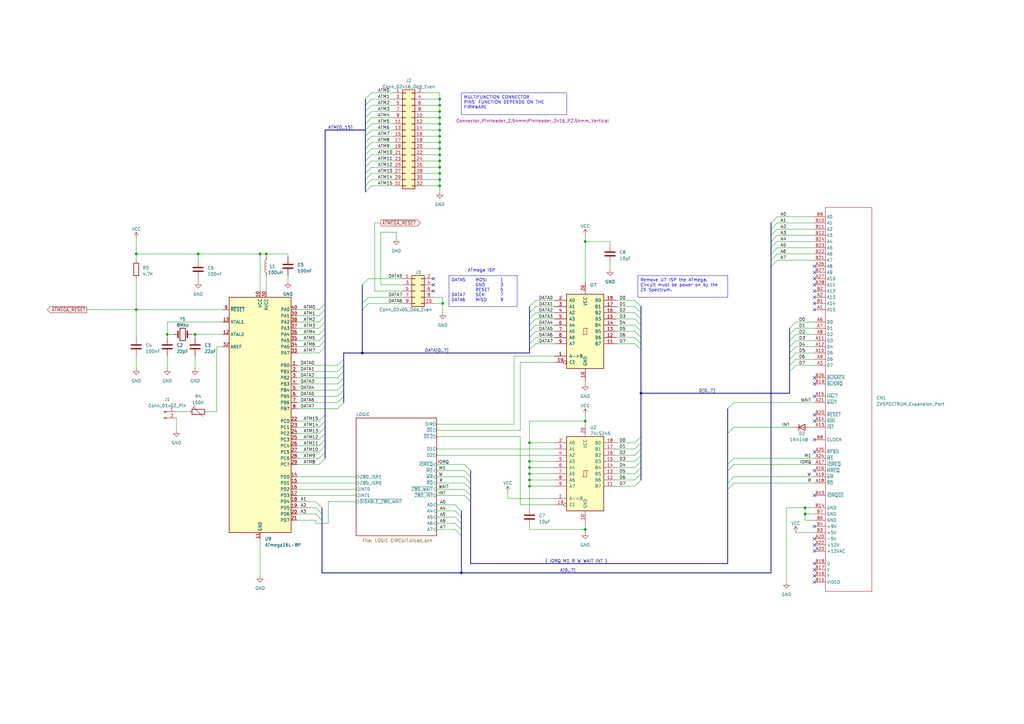
<source format=kicad_sch>
(kicad_sch (version 20231120) (generator "eeschema") (generator_version "8.0")
  (paper "A3")
  (title_block (title "I/O Coprocessor for Z80") (date "2023-07-22") (rev "1.0") (company "Home Computer Group ( fb.com/groups/home.computer)") (comment 1 "https://creativecommons.org/licenses/by-sa/4.0/") (comment 2 "Distributed under the terms of CC BY-SA 4.0") (comment 3 "Property of Eng. Alessio Palma.") (comment 4 "Z80 - ATmega16 Glue logic with support for WAIT state and IM2 interrupts."))
  (junction (at 68.58 137.16))
  (junction (at 180.34 55.88))
  (junction (at 180.34 73.66))
  (junction (at 217.17 194.31))
  (junction (at 109.22 104.14))
  (junction (at 80.01 137.16))
  (junction (at 180.34 68.58))
  (junction (at 180.34 43.18))
  (junction (at 106.68 104.14))
  (junction (at 180.34 48.26))
  (junction (at 217.17 196.85))
  (junction (at 240.03 99.06))
  (junction (at 180.34 60.96))
  (junction (at 55.88 104.14))
  (junction (at 217.17 191.77))
  (junction (at 181.61 124.46))
  (junction (at 189.23 234.95))
  (junction (at 240.03 172.72))
  (junction (at 330.2 208.28))
  (junction (at 148.59 144.78))
  (junction (at 180.34 53.34))
  (junction (at 180.34 63.5))
  (junction (at 55.88 127))
  (junction (at 180.34 66.04))
  (junction (at 240.03 217.17))
  (junction (at 262.89 161.29))
  (junction (at 180.34 58.42))
  (junction (at 217.17 199.39))
  (junction (at 180.34 71.12))
  (junction (at 81.28 104.14))
  (junction (at 217.17 189.23))
  (junction (at 217.17 181.61))
  (junction (at 180.34 45.72))
  (junction (at 180.34 50.8))
  (junction (at 180.34 76.2))
  (junction (at 180.34 40.64))
  (junction (at 330.2 210.82))
  (no_connect (at 334.01 231.14))
  (no_connect (at 334.01 127))
  (no_connect (at 334.01 172.72))
  (no_connect (at 334.01 116.84))
  (no_connect (at 334.01 121.92))
  (no_connect (at 334.01 236.22))
  (no_connect (at 334.01 193.04))
  (no_connect (at 334.01 109.22))
  (no_connect (at 334.01 233.68))
  (no_connect (at 177.8 116.84))
  (no_connect (at 177.8 119.38))
  (no_connect (at 334.01 119.38))
  (no_connect (at 334.01 157.48))
  (no_connect (at 334.01 180.34))
  (no_connect (at 177.8 114.3))
  (no_connect (at 334.01 223.52))
  (no_connect (at 334.01 185.42))
  (no_connect (at 334.01 238.76))
  (no_connect (at 334.01 162.56))
  (no_connect (at 334.01 170.18))
  (no_connect (at 334.01 220.98))
  (no_connect (at 334.01 154.94))
  (no_connect (at 334.01 114.3))
  (no_connect (at 334.01 203.2))
  (no_connect (at 334.01 226.06))
  (no_connect (at 334.01 215.9))
  (no_connect (at 334.01 124.46))
  (no_connect (at 334.01 111.76))
  (bus_entry (at 149.86 63.5) (size 2.54 -2.54))
  (bus_entry (at 260.35 189.23) (size 2.54 -2.54))
  (bus_entry (at 217.17 143.51) (size 2.54 -2.54))
  (bus_entry (at 217.17 140.97) (size 2.54 -2.54))
  (bus_entry (at 129.54 210.82) (size 2.54 2.54))
  (bus_entry (at 323.85 134.62) (size 2.54 -2.54))
  (bus_entry (at 149.86 60.96) (size 2.54 -2.54))
  (bus_entry (at 323.85 137.16) (size 2.54 -2.54))
  (bus_entry (at 186.69 207.01) (size 2.54 2.54))
  (bus_entry (at 323.85 144.78) (size 2.54 -2.54))
  (bus_entry (at 130.81 134.62) (size 2.54 -2.54))
  (bus_entry (at 260.35 133.35) (size 2.54 2.54))
  (bus_entry (at 300.99 187.96) (size -2.54 2.54))
  (bus_entry (at 260.35 135.89) (size 2.54 2.54))
  (bus_entry (at 152.4 76.2) (size -2.54 2.54))
  (bus_entry (at 138.43 154.94) (size 2.54 -2.54))
  (bus_entry (at 260.35 138.43) (size 2.54 2.54))
  (bus_entry (at 260.35 140.97) (size 2.54 2.54))
  (bus_entry (at 300.99 190.5) (size -2.54 2.54))
  (bus_entry (at 149.86 53.34) (size 2.54 -2.54))
  (bus_entry (at 190.5 190.5) (size 2.54 2.54))
  (bus_entry (at 130.81 175.26) (size 2.54 -2.54))
  (bus_entry (at 323.85 142.24) (size 2.54 -2.54))
  (bus_entry (at 260.35 128.27) (size 2.54 2.54))
  (bus_entry (at 149.86 45.72) (size 2.54 -2.54))
  (bus_entry (at 130.81 129.54) (size 2.54 -2.54))
  (bus_entry (at 260.35 194.31) (size 2.54 -2.54))
  (bus_entry (at 217.17 135.89) (size 2.54 -2.54))
  (bus_entry (at 300.99 165.1) (size -2.54 2.54))
  (bus_entry (at 260.35 199.39) (size 2.54 -2.54))
  (bus_entry (at 149.86 58.42) (size 2.54 -2.54))
  (bus_entry (at 130.81 180.34) (size 2.54 -2.54))
  (bus_entry (at 190.5 198.12) (size 2.54 2.54))
  (bus_entry (at 138.43 162.56) (size 2.54 -2.54))
  (bus_entry (at 190.5 193.04) (size 2.54 2.54))
  (bus_entry (at 323.85 139.7) (size 2.54 -2.54))
  (bus_entry (at 130.81 139.7) (size 2.54 -2.54))
  (bus_entry (at 318.77 104.14) (size -2.54 2.54))
  (bus_entry (at 138.43 165.1) (size 2.54 -2.54))
  (bus_entry (at 260.35 186.69) (size 2.54 -2.54))
  (bus_entry (at 186.69 209.55) (size 2.54 2.54))
  (bus_entry (at 217.17 133.35) (size 2.54 -2.54))
  (bus_entry (at 149.86 68.58) (size 2.54 -2.54))
  (bus_entry (at 130.81 177.8) (size 2.54 -2.54))
  (bus_entry (at 130.81 137.16) (size 2.54 -2.54))
  (bus_entry (at 217.17 125.73) (size 2.54 -2.54))
  (bus_entry (at 190.5 195.58) (size 2.54 2.54))
  (bus_entry (at 149.86 73.66) (size 2.54 -2.54))
  (bus_entry (at 260.35 125.73) (size 2.54 2.54))
  (bus_entry (at 318.77 96.52) (size -2.54 2.54))
  (bus_entry (at 318.77 88.9) (size -2.54 2.54))
  (bus_entry (at 190.5 200.66) (size 2.54 2.54))
  (bus_entry (at 318.77 101.6) (size -2.54 2.54))
  (bus_entry (at 217.17 138.43) (size 2.54 -2.54))
  (bus_entry (at 300.99 195.58) (size -2.54 2.54))
  (bus_entry (at 260.35 184.15) (size 2.54 -2.54))
  (bus_entry (at 130.81 144.78) (size 2.54 -2.54))
  (bus_entry (at 260.35 196.85) (size 2.54 -2.54))
  (bus_entry (at 323.85 147.32) (size 2.54 -2.54))
  (bus_entry (at 130.81 182.88) (size 2.54 -2.54))
  (bus_entry (at 260.35 191.77) (size 2.54 -2.54))
  (bus_entry (at 138.43 160.02) (size 2.54 -2.54))
  (bus_entry (at 130.81 190.5) (size 2.54 -2.54))
  (bus_entry (at 130.81 142.24) (size 2.54 -2.54))
  (bus_entry (at 323.85 152.4) (size 2.54 -2.54))
  (bus_entry (at 138.43 149.86) (size 2.54 -2.54))
  (bus_entry (at 260.35 123.19) (size 2.54 2.54))
  (bus_entry (at 129.54 205.74) (size 2.54 2.54))
  (bus_entry (at 190.5 203.2) (size 2.54 2.54))
  (bus_entry (at 260.35 181.61) (size 2.54 -2.54))
  (bus_entry (at 130.81 185.42) (size 2.54 -2.54))
  (bus_entry (at 130.81 187.96) (size 2.54 -2.54))
  (bus_entry (at 149.86 76.2) (size 2.54 -2.54))
  (bus_entry (at 300.99 198.12) (size -2.54 2.54))
  (bus_entry (at 318.77 106.68) (size -2.54 2.54))
  (bus_entry (at 149.86 48.26) (size 2.54 -2.54))
  (bus_entry (at 149.86 50.8) (size 2.54 -2.54))
  (bus_entry (at 138.43 152.4) (size 2.54 -2.54))
  (bus_entry (at 323.85 149.86) (size 2.54 -2.54))
  (bus_entry (at 151.13 124.46) (size -2.54 2.54))
  (bus_entry (at 130.81 127) (size 2.54 -2.54))
  (bus_entry (at 149.86 71.12) (size 2.54 -2.54))
  (bus_entry (at 217.17 128.27) (size 2.54 -2.54))
  (bus_entry (at 151.13 114.3) (size -2.54 2.54))
  (bus_entry (at 186.69 214.63) (size 2.54 2.54))
  (bus_entry (at 318.77 99.06) (size -2.54 2.54))
  (bus_entry (at 129.54 208.28) (size 2.54 2.54))
  (bus_entry (at 149.86 40.64) (size 2.54 -2.54))
  (bus_entry (at 186.69 212.09) (size 2.54 2.54))
  (bus_entry (at 300.99 175.26) (size -2.54 2.54))
  (bus_entry (at 149.86 55.88) (size 2.54 -2.54))
  (bus_entry (at 186.69 217.17) (size 2.54 2.54))
  (bus_entry (at 130.81 132.08) (size 2.54 -2.54))
  (bus_entry (at 138.43 167.64) (size 2.54 -2.54))
  (bus_entry (at 260.35 130.81) (size 2.54 2.54))
  (bus_entry (at 318.77 91.44) (size -2.54 2.54))
  (bus_entry (at 149.86 43.18) (size 2.54 -2.54))
  (bus_entry (at 151.13 121.92) (size -2.54 2.54))
  (bus_entry (at 130.81 172.72) (size 2.54 -2.54))
  (bus_entry (at 138.43 157.48) (size 2.54 -2.54))
  (bus_entry (at 318.77 93.98) (size -2.54 2.54))
  (bus_entry (at 149.86 66.04) (size 2.54 -2.54))
  (bus_entry (at 217.17 130.81) (size 2.54 -2.54))
  (bus (pts (xy 316.23 91.44) (xy 316.23 93.98)))
  (wire (pts (xy 134.62 214.63) (xy 134.62 205.74)))
  (wire (pts (xy 300.99 187.96) (xy 334.01 187.96)))
  (bus (pts (xy 262.89 125.73) (xy 262.89 128.27)))
  (bus (pts (xy 149.86 73.66) (xy 149.86 71.12)))
  (wire (pts (xy 173.99 55.88) (xy 180.34 55.88)))
  (wire (pts (xy 179.07 209.55) (xy 186.69 209.55)))
  (wire (pts (xy 219.71 128.27) (xy 227.33 128.27)))
  (wire (pts (xy 121.92 152.4) (xy 138.43 152.4)))
  (wire (pts (xy 179.07 212.09) (xy 186.69 212.09)))
  (wire (pts (xy 152.4 71.12) (xy 161.29 71.12)))
  (wire (pts (xy 109.22 104.14) (xy 106.68 104.14)))
  (wire (pts (xy 240.03 172.72) (xy 217.17 172.72)))
  (wire (pts (xy 219.71 140.97) (xy 227.33 140.97)))
  (wire (pts (xy 252.73 196.85) (xy 260.35 196.85)))
  (wire (pts (xy 121.92 129.54) (xy 130.81 129.54)))
  (wire (pts (xy 121.92 200.66) (xy 146.05 200.66)))
  (wire (pts (xy 213.36 176.53) (xy 179.07 176.53)))
  (wire (pts (xy 240.03 96.52) (xy 240.03 99.06)))
  (wire (pts (xy 121.92 210.82) (xy 129.54 210.82)))
  (wire (pts (xy 318.77 91.44) (xy 334.01 91.44)))
  (wire (pts (xy 318.77 106.68) (xy 334.01 106.68)))
  (wire (pts (xy 121.92 213.36) (xy 129.54 213.36)))
  (wire (pts (xy 68.58 137.16) (xy 68.58 138.43)))
  (wire (pts (xy 217.17 199.39) (xy 217.17 208.28)))
  (wire (pts (xy 300.99 165.1) (xy 334.01 165.1)))
  (bus (pts (xy 133.35 172.72) (xy 133.35 175.26)))
  (wire (pts (xy 213.36 148.59) (xy 227.33 148.59)))
  (wire (pts (xy 152.4 43.18) (xy 161.29 43.18)))
  (bus (pts (xy 149.86 71.12) (xy 149.86 68.58)))
  (bus (pts (xy 217.17 128.27) (xy 217.17 130.81)))
  (wire (pts (xy 250.19 99.06) (xy 240.03 99.06)))
  (bus (pts (xy 149.86 55.88) (xy 149.86 53.34)))
  (wire (pts (xy 180.34 45.72) (xy 180.34 48.26)))
  (wire (pts (xy 177.8 121.92) (xy 181.61 121.92)))
  (wire (pts (xy 55.88 114.3) (xy 55.88 127)))
  (wire (pts (xy 68.58 132.08) (xy 68.58 137.16)))
  (wire (pts (xy 240.03 99.06) (xy 240.03 115.57)))
  (wire (pts (xy 219.71 138.43) (xy 227.33 138.43)))
  (wire (pts (xy 180.34 55.88) (xy 180.34 58.42)))
  (wire (pts (xy 179.07 198.12) (xy 190.5 198.12)))
  (wire (pts (xy 322.58 208.28) (xy 330.2 208.28)))
  (wire (pts (xy 252.73 123.19) (xy 260.35 123.19)))
  (wire (pts (xy 179.07 200.66) (xy 190.5 200.66)))
  (wire (pts (xy 180.34 53.34) (xy 173.99 53.34)))
  (wire (pts (xy 179.07 193.04) (xy 190.5 193.04)))
  (wire (pts (xy 252.73 199.39) (xy 260.35 199.39)))
  (wire (pts (xy 180.34 60.96) (xy 180.34 63.5)))
  (wire (pts (xy 152.4 45.72) (xy 161.29 45.72)))
  (bus (pts (xy 133.35 137.16) (xy 133.35 139.7)))
  (wire (pts (xy 219.71 125.73) (xy 227.33 125.73)))
  (bus (pts (xy 133.35 170.18) (xy 133.35 172.72)))
  (wire (pts (xy 179.07 195.58) (xy 190.5 195.58)))
  (wire (pts (xy 173.99 43.18) (xy 180.34 43.18)))
  (wire (pts (xy 217.17 196.85) (xy 217.17 199.39)))
  (wire (pts (xy 213.36 179.07) (xy 213.36 207.01)))
  (wire (pts (xy 217.17 191.77) (xy 227.33 191.77)))
  (wire (pts (xy 121.92 144.78) (xy 130.81 144.78)))
  (wire (pts (xy 240.03 217.17) (xy 217.17 217.17)))
  (wire (pts (xy 252.73 181.61) (xy 260.35 181.61)))
  (bus (pts (xy 217.17 125.73) (xy 217.17 128.27)))
  (bus (pts (xy 133.35 129.54) (xy 133.35 132.08)))
  (wire (pts (xy 80.01 137.16) (xy 91.44 137.16)))
  (bus (pts (xy 217.17 140.97) (xy 217.17 143.51)))
  (wire (pts (xy 121.92 157.48) (xy 138.43 157.48)))
  (wire (pts (xy 217.17 199.39) (xy 227.33 199.39)))
  (wire (pts (xy 240.03 217.17) (xy 240.03 218.44)))
  (wire (pts (xy 219.71 123.19) (xy 227.33 123.19)))
  (wire (pts (xy 118.11 104.14) (xy 118.11 105.41)))
  (wire (pts (xy 252.73 133.35) (xy 260.35 133.35)))
  (wire (pts (xy 151.13 114.3) (xy 165.1 114.3)))
  (wire (pts (xy 330.2 210.82) (xy 330.2 213.36)))
  (wire (pts (xy 179.07 184.15) (xy 227.33 184.15)))
  (wire (pts (xy 180.34 43.18) (xy 180.34 45.72)))
  (wire (pts (xy 173.99 60.96) (xy 180.34 60.96)))
  (bus (pts (xy 189.23 214.63) (xy 189.23 217.17)))
  (bus (pts (xy 262.89 186.69) (xy 262.89 189.23)))
  (wire (pts (xy 252.73 184.15) (xy 260.35 184.15)))
  (wire (pts (xy 55.88 127) (xy 91.44 127)))
  (wire (pts (xy 129.54 214.63) (xy 134.62 214.63)))
  (wire (pts (xy 121.92 182.88) (xy 130.81 182.88)))
  (bus (pts (xy 298.45 193.04) (xy 298.45 198.12)))
  (wire (pts (xy 179.07 190.5) (xy 190.5 190.5)))
  (wire (pts (xy 173.99 40.64) (xy 180.34 40.64)))
  (bus (pts (xy 193.04 231.14) (xy 298.45 231.14)))
  (wire (pts (xy 121.92 132.08) (xy 130.81 132.08)))
  (wire (pts (xy 162.56 95.25) (xy 162.56 97.79)))
  (bus (pts (xy 149.86 63.5) (xy 149.86 60.96)))
  (bus (pts (xy 298.45 167.64) (xy 298.45 177.8)))
  (wire (pts (xy 250.19 100.33) (xy 250.19 99.06)))
  (wire (pts (xy 217.17 196.85) (xy 227.33 196.85)))
  (bus (pts (xy 316.23 109.22) (xy 316.23 234.95)))
  (wire (pts (xy 129.54 213.36) (xy 129.54 214.63)))
  (wire (pts (xy 219.71 135.89) (xy 227.33 135.89)))
  (wire (pts (xy 121.92 162.56) (xy 138.43 162.56)))
  (wire (pts (xy 134.62 205.74) (xy 146.05 205.74)))
  (wire (pts (xy 173.99 73.66) (xy 180.34 73.66)))
  (wire (pts (xy 165.1 116.84) (xy 156.21 116.84)))
  (wire (pts (xy 173.99 50.8) (xy 180.34 50.8)))
  (wire (pts (xy 300.99 195.58) (xy 334.01 195.58)))
  (wire (pts (xy 121.92 198.12) (xy 146.05 198.12)))
  (bus (pts (xy 323.85 152.4) (xy 323.85 161.29)))
  (bus (pts (xy 262.89 130.81) (xy 262.89 133.35)))
  (bus (pts (xy 149.86 66.04) (xy 149.86 63.5)))
  (bus (pts (xy 148.59 124.46) (xy 148.59 127)))
  (bus (pts (xy 140.97 160.02) (xy 140.97 162.56)))
  (wire (pts (xy 330.2 208.28) (xy 330.2 210.82)))
  (wire (pts (xy 210.82 146.05) (xy 227.33 146.05)))
  (bus (pts (xy 193.04 203.2) (xy 193.04 205.74)))
  (wire (pts (xy 152.4 58.42) (xy 161.29 58.42)))
  (wire (pts (xy 109.22 113.03) (xy 109.22 119.38)))
  (wire (pts (xy 326.39 132.08) (xy 334.01 132.08)))
  (wire (pts (xy 180.34 48.26) (xy 180.34 50.8)))
  (wire (pts (xy 217.17 189.23) (xy 227.33 189.23)))
  (wire (pts (xy 156.21 116.84) (xy 156.21 95.25)))
  (wire (pts (xy 109.22 104.14) (xy 118.11 104.14)))
  (wire (pts (xy 252.73 189.23) (xy 260.35 189.23)))
  (bus (pts (xy 323.85 161.29) (xy 262.89 161.29)))
  (wire (pts (xy 153.67 91.44) (xy 156.21 91.44)))
  (bus (pts (xy 140.97 162.56) (xy 140.97 165.1)))
  (bus (pts (xy 132.08 234.95) (xy 189.23 234.95)))
  (wire (pts (xy 180.34 78.74) (xy 180.34 76.2)))
  (bus (pts (xy 262.89 138.43) (xy 262.89 140.97)))
  (bus (pts (xy 189.23 234.95) (xy 189.23 219.71)))
  (bus (pts (xy 193.04 200.66) (xy 193.04 203.2)))
  (wire (pts (xy 173.99 38.1) (xy 180.34 38.1)))
  (wire (pts (xy 300.99 175.26) (xy 325.12 175.26)))
  (wire (pts (xy 152.4 50.8) (xy 161.29 50.8)))
  (wire (pts (xy 152.4 53.34) (xy 161.29 53.34)))
  (wire (pts (xy 121.92 137.16) (xy 130.81 137.16)))
  (wire (pts (xy 252.73 138.43) (xy 260.35 138.43)))
  (wire (pts (xy 252.73 130.81) (xy 260.35 130.81)))
  (wire (pts (xy 318.77 88.9) (xy 334.01 88.9)))
  (wire (pts (xy 121.92 139.7) (xy 130.81 139.7)))
  (bus (pts (xy 149.86 76.2) (xy 149.86 73.66)))
  (bus (pts (xy 316.23 96.52) (xy 316.23 99.06)))
  (wire (pts (xy 180.34 63.5) (xy 180.34 66.04)))
  (wire (pts (xy 121.92 208.28) (xy 129.54 208.28)))
  (wire (pts (xy 55.88 146.05) (xy 55.88 151.13)))
  (wire (pts (xy 326.39 218.44) (xy 334.01 218.44)))
  (wire (pts (xy 180.34 68.58) (xy 180.34 71.12)))
  (wire (pts (xy 173.99 45.72) (xy 180.34 45.72)))
  (bus (pts (xy 148.59 127) (xy 148.59 144.78)))
  (wire (pts (xy 180.34 53.34) (xy 180.34 55.88)))
  (wire (pts (xy 121.92 154.94) (xy 138.43 154.94)))
  (wire (pts (xy 180.34 73.66) (xy 180.34 76.2)))
  (wire (pts (xy 78.74 137.16) (xy 80.01 137.16)))
  (wire (pts (xy 121.92 165.1) (xy 138.43 165.1)))
  (wire (pts (xy 121.92 175.26) (xy 130.81 175.26)))
  (bus (pts (xy 189.23 212.09) (xy 189.23 214.63)))
  (bus (pts (xy 217.17 133.35) (xy 217.17 135.89)))
  (wire (pts (xy 322.58 208.28) (xy 322.58 238.76)))
  (wire (pts (xy 121.92 167.64) (xy 138.43 167.64)))
  (wire (pts (xy 80.01 146.05) (xy 80.01 151.13)))
  (wire (pts (xy 240.03 170.18) (xy 240.03 172.72)))
  (wire (pts (xy 217.17 194.31) (xy 217.17 196.85)))
  (wire (pts (xy 180.34 38.1) (xy 180.34 40.64)))
  (bus (pts (xy 298.45 190.5) (xy 298.45 193.04)))
  (wire (pts (xy 326.39 147.32) (xy 334.01 147.32)))
  (wire (pts (xy 153.67 119.38) (xy 165.1 119.38)))
  (wire (pts (xy 152.4 68.58) (xy 161.29 68.58)))
  (wire (pts (xy 152.4 55.88) (xy 161.29 55.88)))
  (wire (pts (xy 252.73 135.89) (xy 260.35 135.89)))
  (bus (pts (xy 140.97 147.32) (xy 140.97 149.86)))
  (wire (pts (xy 121.92 195.58) (xy 146.05 195.58)))
  (bus (pts (xy 316.23 106.68) (xy 316.23 109.22)))
  (bus (pts (xy 149.86 43.18) (xy 149.86 40.64)))
  (bus (pts (xy 262.89 196.85) (xy 262.89 194.31)))
  (wire (pts (xy 252.73 186.69) (xy 260.35 186.69)))
  (wire (pts (xy 121.92 142.24) (xy 130.81 142.24)))
  (bus (pts (xy 140.97 157.48) (xy 140.97 160.02)))
  (wire (pts (xy 219.71 133.35) (xy 227.33 133.35)))
  (bus (pts (xy 323.85 149.86) (xy 323.85 152.4)))
  (wire (pts (xy 121.92 134.62) (xy 130.81 134.62)))
  (bus (pts (xy 140.97 144.78) (xy 140.97 147.32)))
  (bus (pts (xy 262.89 191.77) (xy 262.89 194.31)))
  (wire (pts (xy 181.61 124.46) (xy 177.8 124.46)))
  (wire (pts (xy 35.56 127) (xy 55.88 127)))
  (bus (pts (xy 133.35 142.24) (xy 133.35 170.18)))
  (wire (pts (xy 208.28 204.47) (xy 208.28 201.93)))
  (bus (pts (xy 189.23 217.17) (xy 189.23 219.71)))
  (bus (pts (xy 262.89 161.29) (xy 262.89 143.51)))
  (bus (pts (xy 298.45 177.8) (xy 298.45 190.5)))
  (bus (pts (xy 149.86 48.26) (xy 149.86 45.72)))
  (bus (pts (xy 262.89 189.23) (xy 262.89 191.77)))
  (wire (pts (xy 240.03 214.63) (xy 240.03 217.17)))
  (wire (pts (xy 227.33 181.61) (xy 217.17 181.61)))
  (wire (pts (xy 81.28 114.3) (xy 81.28 115.57)))
  (wire (pts (xy 252.73 191.77) (xy 260.35 191.77)))
  (wire (pts (xy 151.13 121.92) (xy 165.1 121.92)))
  (wire (pts (xy 153.67 119.38) (xy 153.67 91.44)))
  (bus (pts (xy 140.97 144.78) (xy 148.59 144.78)))
  (wire (pts (xy 179.07 203.2) (xy 190.5 203.2)))
  (wire (pts (xy 179.07 179.07) (xy 213.36 179.07)))
  (bus (pts (xy 132.08 210.82) (xy 132.08 213.36)))
  (wire (pts (xy 326.39 149.86) (xy 334.01 149.86)))
  (wire (pts (xy 219.71 130.81) (xy 227.33 130.81)))
  (wire (pts (xy 152.4 76.2) (xy 161.29 76.2)))
  (wire (pts (xy 217.17 181.61) (xy 217.17 189.23)))
  (bus (pts (xy 132.08 213.36) (xy 132.08 234.95)))
  (wire (pts (xy 72.39 168.91) (xy 77.47 168.91)))
  (bus (pts (xy 133.35 134.62) (xy 133.35 137.16)))
  (wire (pts (xy 152.4 73.66) (xy 161.29 73.66)))
  (wire (pts (xy 55.88 104.14) (xy 55.88 106.68)))
  (bus (pts (xy 193.04 205.74) (xy 193.04 231.14)))
  (wire (pts (xy 179.07 207.01) (xy 186.69 207.01)))
  (wire (pts (xy 55.88 127) (xy 55.88 138.43)))
  (bus (pts (xy 262.89 135.89) (xy 262.89 138.43)))
  (wire (pts (xy 217.17 194.31) (xy 227.33 194.31)))
  (wire (pts (xy 179.07 214.63) (xy 186.69 214.63)))
  (wire (pts (xy 252.73 140.97) (xy 260.35 140.97)))
  (wire (pts (xy 156.21 95.25) (xy 162.56 95.25)))
  (bus (pts (xy 316.23 99.06) (xy 316.23 101.6)))
  (wire (pts (xy 300.99 190.5) (xy 334.01 190.5)))
  (bus (pts (xy 316.23 104.14) (xy 316.23 106.68)))
  (wire (pts (xy 180.34 40.64) (xy 180.34 43.18)))
  (bus (pts (xy 149.86 68.58) (xy 149.86 66.04)))
  (bus (pts (xy 217.17 138.43) (xy 217.17 140.97)))
  (bus (pts (xy 323.85 142.24) (xy 323.85 144.78)))
  (wire (pts (xy 81.28 104.14) (xy 106.68 104.14)))
  (bus (pts (xy 140.97 152.4) (xy 140.97 154.94)))
  (bus (pts (xy 323.85 147.32) (xy 323.85 149.86)))
  (bus (pts (xy 217.17 130.81) (xy 217.17 133.35)))
  (wire (pts (xy 179.07 217.17) (xy 186.69 217.17)))
  (wire (pts (xy 318.77 104.14) (xy 334.01 104.14)))
  (wire (pts (xy 332.74 175.26) (xy 334.01 175.26)))
  (bus (pts (xy 133.35 182.88) (xy 133.35 185.42)))
  (wire (pts (xy 326.39 144.78) (xy 334.01 144.78)))
  (wire (pts (xy 240.03 172.72) (xy 240.03 173.99)))
  (wire (pts (xy 121.92 160.02) (xy 138.43 160.02)))
  (wire (pts (xy 152.4 38.1) (xy 161.29 38.1)))
  (bus (pts (xy 140.97 154.94) (xy 140.97 157.48)))
  (wire (pts (xy 213.36 148.59) (xy 213.36 176.53)))
  (bus (pts (xy 133.35 124.46) (xy 133.35 127)))
  (wire (pts (xy 173.99 71.12) (xy 180.34 71.12)))
  (wire (pts (xy 180.34 58.42) (xy 180.34 60.96)))
  (wire (pts (xy 326.39 139.7) (xy 334.01 139.7)))
  (wire (pts (xy 55.88 97.79) (xy 55.88 104.14)))
  (wire (pts (xy 318.77 96.52) (xy 334.01 96.52)))
  (bus (pts (xy 133.35 53.34) (xy 149.86 53.34)))
  (wire (pts (xy 217.17 217.17) (xy 217.17 215.9)))
  (wire (pts (xy 91.44 142.24) (xy 88.9 142.24)))
  (wire (pts (xy 152.4 48.26) (xy 161.29 48.26)))
  (wire (pts (xy 181.61 124.46) (xy 181.61 128.27)))
  (bus (pts (xy 193.04 193.04) (xy 193.04 195.58)))
  (wire (pts (xy 180.34 66.04) (xy 180.34 68.58)))
  (wire (pts (xy 121.92 203.2) (xy 146.05 203.2)))
  (wire (pts (xy 326.39 142.24) (xy 334.01 142.24)))
  (wire (pts (xy 326.39 137.16) (xy 334.01 137.16)))
  (bus (pts (xy 298.45 200.66) (xy 298.45 231.14)))
  (wire (pts (xy 181.61 121.92) (xy 181.61 124.46)))
  (wire (pts (xy 152.4 66.04) (xy 161.29 66.04)))
  (bus (pts (xy 262.89 128.27) (xy 262.89 130.81)))
  (wire (pts (xy 152.4 63.5) (xy 161.29 63.5)))
  (bus (pts (xy 133.35 180.34) (xy 133.35 182.88)))
  (bus (pts (xy 132.08 208.28) (xy 132.08 210.82)))
  (bus (pts (xy 133.35 177.8) (xy 133.35 180.34)))
  (wire (pts (xy 152.4 40.64) (xy 161.29 40.64)))
  (wire (pts (xy 121.92 205.74) (xy 129.54 205.74)))
  (wire (pts (xy 121.92 187.96) (xy 130.81 187.96)))
  (wire (pts (xy 252.73 128.27) (xy 260.35 128.27)))
  (bus (pts (xy 316.23 93.98) (xy 316.23 96.52)))
  (wire (pts (xy 91.44 132.08) (xy 68.58 132.08)))
  (wire (pts (xy 318.77 93.98) (xy 334.01 93.98)))
  (bus (pts (xy 140.97 149.86) (xy 140.97 152.4)))
  (bus (pts (xy 323.85 139.7) (xy 323.85 142.24)))
  (bus (pts (xy 189.23 234.95) (xy 316.23 234.95)))
  (wire (pts (xy 330.2 208.28) (xy 334.01 208.28)))
  (bus (pts (xy 262.89 161.29) (xy 262.89 179.07)))
  (bus (pts (xy 217.17 143.51) (xy 217.17 144.78)))
  (wire (pts (xy 121.92 180.34) (xy 130.81 180.34)))
  (wire (pts (xy 121.92 177.8) (xy 130.81 177.8)))
  (bus (pts (xy 316.23 101.6) (xy 316.23 104.14)))
  (wire (pts (xy 88.9 142.24) (xy 88.9 168.91)))
  (wire (pts (xy 180.34 71.12) (xy 180.34 73.66)))
  (wire (pts (xy 121.92 149.86) (xy 138.43 149.86)))
  (wire (pts (xy 151.13 124.46) (xy 165.1 124.46)))
  (wire (pts (xy 109.22 105.41) (xy 109.22 104.14)))
  (wire (pts (xy 106.68 220.98) (xy 106.68 236.22)))
  (wire (pts (xy 330.2 210.82) (xy 334.01 210.82)))
  (wire (pts (xy 179.07 173.99) (xy 210.82 173.99)))
  (wire (pts (xy 106.68 104.14) (xy 106.68 119.38)))
  (wire (pts (xy 252.73 125.73) (xy 260.35 125.73)))
  (wire (pts (xy 180.34 50.8) (xy 180.34 53.34)))
  (bus (pts (xy 323.85 144.78) (xy 323.85 147.32)))
  (wire (pts (xy 118.11 113.03) (xy 118.11 115.57)))
  (bus (pts (xy 323.85 134.62) (xy 323.85 137.16)))
  (wire (pts (xy 252.73 194.31) (xy 260.35 194.31)))
  (wire (pts (xy 121.92 172.72) (xy 130.81 172.72)))
  (bus (pts (xy 149.86 76.2) (xy 149.86 78.74)))
  (bus (pts (xy 262.89 133.35) (xy 262.89 135.89)))
  (wire (pts (xy 330.2 213.36) (xy 334.01 213.36)))
  (wire (pts (xy 173.99 48.26) (xy 180.34 48.26)))
  (bus (pts (xy 217.17 135.89) (xy 217.17 138.43)))
  (wire (pts (xy 88.9 168.91) (xy 85.09 168.91)))
  (bus (pts (xy 149.86 50.8) (xy 149.86 48.26)))
  (bus (pts (xy 149.86 58.42) (xy 149.86 55.88)))
  (wire (pts (xy 121.92 185.42) (xy 130.81 185.42)))
  (wire (pts (xy 240.03 156.21) (xy 240.03 157.48)))
  (bus (pts (xy 148.59 116.84) (xy 148.59 124.46)))
  (bus (pts (xy 133.35 139.7) (xy 133.35 142.24)))
  (wire (pts (xy 210.82 173.99) (xy 210.82 146.05)))
  (bus (pts (xy 262.89 143.51) (xy 262.89 140.97)))
  (wire (pts (xy 80.01 137.16) (xy 80.01 138.43)))
  (bus (pts (xy 323.85 137.16) (xy 323.85 139.7)))
  (wire (pts (xy 173.99 58.42) (xy 180.34 58.42)))
  (wire (pts (xy 68.58 137.16) (xy 71.12 137.16)))
  (bus (pts (xy 148.59 144.78) (xy 217.17 144.78)))
  (wire (pts (xy 180.34 76.2) (xy 173.99 76.2)))
  (bus (pts (xy 133.35 53.34) (xy 133.35 124.46)))
  (bus (pts (xy 262.89 179.07) (xy 262.89 181.61)))
  (wire (pts (xy 208.28 204.47) (xy 227.33 204.47)))
  (bus (pts (xy 193.04 198.12) (xy 193.04 200.66)))
  (bus (pts (xy 133.35 175.26) (xy 133.35 177.8)))
  (bus (pts (xy 133.35 132.08) (xy 133.35 134.62)))
  (wire (pts (xy 300.99 198.12) (xy 334.01 198.12)))
  (wire (pts (xy 326.39 134.62) (xy 334.01 134.62)))
  (bus (pts (xy 133.35 185.42) (xy 133.35 187.96)))
  (bus (pts (xy 149.86 60.96) (xy 149.86 58.42)))
  (bus (pts (xy 189.23 209.55) (xy 189.23 212.09)))
  (wire (pts (xy 173.99 66.04) (xy 180.34 66.04)))
  (wire (pts (xy 81.28 104.14) (xy 81.28 106.68)))
  (wire (pts (xy 152.4 60.96) (xy 161.29 60.96)))
  (wire (pts (xy 250.19 107.95) (xy 250.19 110.49)))
  (bus (pts (xy 149.86 53.34) (xy 149.86 50.8)))
  (bus (pts (xy 262.89 181.61) (xy 262.89 184.15)))
  (wire (pts (xy 179.07 186.69) (xy 227.33 186.69)))
  (wire (pts (xy 217.17 172.72) (xy 217.17 181.61)))
  (wire (pts (xy 173.99 68.58) (xy 180.34 68.58)))
  (wire (pts (xy 68.58 146.05) (xy 68.58 151.13)))
  (wire (pts (xy 217.17 189.23) (xy 217.17 191.77)))
  (wire (pts (xy 173.99 63.5) (xy 180.34 63.5)))
  (wire (pts (xy 55.88 104.14) (xy 81.28 104.14)))
  (bus (pts (xy 193.04 195.58) (xy 193.04 198.12)))
  (bus (pts (xy 149.86 45.72) (xy 149.86 43.18)))
  (wire (pts (xy 121.92 127) (xy 130.81 127)))
  (bus (pts (xy 262.89 184.15) (xy 262.89 186.69)))
  (wire (pts (xy 217.17 191.77) (xy 217.17 194.31)))
  (wire (pts (xy 318.77 101.6) (xy 334.01 101.6)))
  (wire (pts (xy 213.36 207.01) (xy 227.33 207.01)))
  (bus (pts (xy 298.45 198.12) (xy 298.45 200.66)))
  (wire (pts (xy 72.39 171.45) (xy 72.39 176.53)))
  (wire (pts (xy 318.77 99.06) (xy 334.01 99.06)))
  (wire (pts (xy 121.92 190.5) (xy 130.81 190.5)))
  (bus (pts (xy 133.35 127) (xy 133.35 129.54)))
  (text_box "MULTIFUNCTION CONNECTOR\nPINS' FUNCTION DEPENDS ON THE FIRMWARE" (at 189.23 38.1 0) (size 43.18 8.89) (effects (font (size 1.27 1.27)) (justify left top)))
  (text_box "Remove U7 ISP the ATmega.\nCircuit must be power on by the \nZX Spectrum.\n" (at 261.62 113.03 0) (size 36.83 8.89) (effects (font (size 1.27 1.27)) (justify left top)))
  (text_box "DATA5 	MOSI	1\n		GND		3\n		RESET	5\nDATA7 	SCK		7\nDATA6 	MISO	9" (at 184.15 113.03 0) (size 27.94 12.7) (effects (font (size 1.27 1.27)) (justify left top)))
  (text "ATmega ISP" (at 203.2 111.76 0) (effects (font (size 1.27 1.27)) (justify right bottom)))
  (label "D2" (at 327.66 137.16 0))
  (label "ATM12" (at 154.94 68.58 0))
  (label "D0" (at 254 123.19 0))
  (label "D4" (at 254 191.77 0))
  (label "A2" (at 123.19 208.28 0))
  (label "DATA3" (at 123.19 157.48 0))
  (label "WAIT" (at 184.15 200.66 180))
  (label "R" (at 181.61 198.12 180))
  (label "D[0..7]" (at 293.37 161.29 180))
  (label "{ IORQ M1 R W WAIT INT }" (at 223.52 231.14 0))
  (label "A6" (at 180.34 214.63 0))
  (label "ATM9" (at 124.46 187.96 0))
  (label "D4" (at 254 133.35 0))
  (label "A4" (at 320.04 99.06 0))
  (label "D3" (at 327.66 139.7 0))
  (label "D7" (at 254 140.97 0))
  (label "A6" (at 320.04 104.14 0))
  (label "D1" (at 254 125.73 0))
  (label "A[0..7]" (at 236.22 234.95 180))
  (label "DATA0" (at 123.19 149.86 0))
  (label "A4" (at 180.34 209.55 0))
  (label "ATM4" (at 124.46 137.16 0))
  (label "ATM5" (at 124.46 139.7 0))
  (label "ATM5" (at 154.94 50.8 0))
  (label "A5" (at 180.34 212.09 0))
  (label "ATM0" (at 154.94 38.1 0))
  (label "D5" (at 254 194.31 0))
  (label "ATM8" (at 124.46 190.5 0))
  (label "DATA2" (at 220.98 128.27 0))
  (label "ATM14" (at 154.94 73.66 0))
  (label "ATM10" (at 154.94 63.5 0))
  (label "ATM9" (at 154.94 60.96 0))
  (label "DATA5" (at 165.1 114.3 180))
  (label "WAIT" (at 332.74 165.1 180))
  (label "ATM7" (at 124.46 144.78 0))
  (label "DATA6" (at 220.98 138.43 0))
  (label "D6" (at 254 138.43 0))
  (label "ATM8" (at 154.94 58.42 0))
  (label "ATM3" (at 124.46 134.62 0))
  (label "DATA2" (at 123.19 154.94 0))
  (label "A3" (at 320.04 96.52 0))
  (label "DATA4" (at 123.19 160.02 0))
  (label "DATA[0..7]" (at 184.15 144.78 180))
  (label "D0" (at 327.66 132.08 0))
  (label "DATA6" (at 165.1 124.46 180))
  (label "R" (at 332.74 198.12 180))
  (label "DATA7" (at 220.98 140.97 0))
  (label "ATM11" (at 124.46 182.88 0))
  (label "DATA7" (at 123.19 167.64 0))
  (label "A0" (at 180.34 207.01 0))
  (label "ATM1" (at 154.94 40.64 0))
  (label "D1" (at 254 184.15 0))
  (label "ATM14" (at 124.46 175.26 0))
  (label "DATA6" (at 123.19 165.1 0))
  (label "ATM10" (at 124.46 185.42 0))
  (label "W" (at 332.74 195.58 180))
  (label "ATM0" (at 124.46 127 0))
  (label "ATM1" (at 124.46 129.54 0))
  (label "DATA0" (at 220.98 123.19 0))
  (label "ATM11" (at 154.94 66.04 0))
  (label "INT" (at 182.88 203.2 180))
  (label "DATA3" (at 220.98 130.81 0))
  (label "A2" (at 320.04 93.98 0))
  (label "ATM13" (at 124.46 177.8 0))
  (label "A1" (at 320.04 91.44 0))
  (label "ATM15" (at 124.46 172.72 0))
  (label "DATA1" (at 123.19 152.4 0))
  (label "D4" (at 327.66 142.24 0))
  (label "ATM4" (at 154.94 48.26 0))
  (label "D6" (at 254 196.85 0))
  (label "D0" (at 254 181.61 0))
  (label "ATM3" (at 154.94 45.72 0))
  (label "D2" (at 254 128.27 0))
  (label "IORQ" (at 184.15 190.5 180))
  (label "ATM6" (at 154.94 53.34 0))
  (label "D7" (at 254 199.39 0))
  (label "A0" (at 320.04 88.9 0))
  (label "ATM[0..15]" (at 144.78 53.34 180))
  (label "A7" (at 320.04 106.68 0))
  (label "ATM2" (at 154.94 43.18 0))
  (label "M1" (at 182.88 193.04 180))
  (label "INT" (at 323.85 175.26 180))
  (label "D5" (at 254 135.89 0))
  (label "A1" (at 123.19 205.74 0))
  (label "DATA1" (at 220.98 125.73 0))
  (label "A5" (at 320.04 101.6 0))
  (label "W" (at 181.61 195.58 180))
  (label "A7" (at 180.34 217.17 0))
  (label "D3" (at 254 130.81 0))
  (label "ATM13" (at 154.94 71.12 0))
  (label "D5" (at 327.66 144.78 0))
  (label "ATM7" (at 154.94 55.88 0))
  (label "ATM2" (at 124.46 132.08 0))
  (label "DATA4" (at 220.98 133.35 0))
  (label "A3" (at 123.19 210.82 0))
  (label "IORQ" (at 332.74 190.5 180))
  (label "D7" (at 327.66 149.86 0))
  (label "DATA7" (at 165.1 121.92 180))
  (label "DATA5" (at 123.19 162.56 0))
  (label "ATM6" (at 124.46 142.24 0))
  (label "M1" (at 332.74 187.96 180))
  (label "D3" (at 254 189.23 0))
  (label "D6" (at 327.66 147.32 0))
  (label "ATM12" (at 124.46 180.34 0))
  (label "D1" (at 327.66 134.62 0))
  (label "D2" (at 254 186.69 0))
  (label "DATA5" (at 220.98 135.89 0))
  (label "ATM15" (at 154.94 76.2 0))
  (global_label "~{ATMEGA_RESET}" (shape output) (at 35.56 127 180) (property "Intersheetrefs" "${INTERSHEET_REFS}" (effects (hide yes))))
  (global_label "~{ATMEGA_RESET}" (shape output) (at 156.21 91.44 0) (property "Intersheetrefs" "${INTERSHEET_REFS}" (effects (hide yes))))
  (symbol (lib_id "power:GND") (at 81.28 115.57 0) (unit 1)
    (property "Reference" "#PWR016" (effects (hide yes)))
    (property "Value" "GND" (at 81.28 120.65 0))
  )
  (symbol (lib_id "power:VCC") (at 326.39 218.44 0) (unit 1)
    (property "Reference" "#PWR026" (effects (hide yes)))
    (property "Value" "VCC" (at 326.39 214.63 0))
  )
  (symbol (lib_id "power:VCC") (at 240.03 96.52 0) (unit 1)
    (property "Reference" "#PWR021" (effects (hide yes)))
    (property "Value" "VCC" (at 240.03 92.71 0))
  )
  (symbol (lib_id "power:GND") (at 72.39 176.53 0) (unit 1)
    (property "Reference" "#PWR015" (effects (hide yes)))
    (property "Value" "GND" (at 72.39 181.61 0))
  )
  (symbol (lib_id "power:VCC") (at 55.88 97.79 0) (unit 1)
    (property "Reference" "#PWR013" (effects (hide yes)))
    (property "Value" "VCC" (at 55.88 93.98 0))
  )
  (symbol (lib_id "Device:C") (at 217.17 212.09 0) (unit 1)
    (property "Reference" "C7" (at 220.98 211.455 0) (effects (justify left)))
    (property "Value" "10pF" (at 220.98 213.995 0) (effects (justify left)))
    (property "Footprint" "Capacitor_THT:C_Disc_D4.3mm_W1.9mm_P5.00mm" (effects (hide yes)))
  )
  (symbol (lib_id "Device:C") (at 80.01 142.24 0) (unit 1)
    (property "Reference" "C3" (at 83.82 141.605 0) (effects (justify left)))
    (property "Value" "22pF" (at 83.82 144.145 0) (effects (justify left)))
    (property "Footprint" "Capacitor_THT:C_Disc_D4.3mm_W1.9mm_P5.00mm" (effects (hide yes)))
  )
  (symbol (lib_id "Device:R_Trim") (at 81.28 168.91 90) (unit 1)
    (property "Reference" "R4" (at 81.28 162.56 90))
    (property "Value" "100K" (at 81.28 165.1 90))
    (property "Footprint" "Potentiometer_THT:Potentiometer_ACP_CA6-H2,5_Horizontal" (effects (hide yes)))
  )
  (symbol (lib_id "Diode:1N4148") (at 328.93 175.26 0) (unit 1)
    (property "Reference" "D2" (at 328.93 177.8 0))
    (property "Value" "1N4148" (at 327.66 180.34 0))
    (property "Footprint" "Diode_THT:D_DO-35_SOD27_P7.62mm_Horizontal" (effects (hide yes)))
    (property "Datasheet" "https://assets.nexperia.com/documents/data-sheet/1N4148_1N4448.pdf" (effects (hide yes)))
    (property "Sim.Device" "D" (effects (hide yes)))
    (property "Sim.Pins" "1=K 2=A" (effects (hide yes)))
  )
  (symbol (lib_id "power:GND") (at 118.11 115.57 0) (unit 1)
    (property "Reference" "#PWR017" (effects (hide yes)))
    (property "Value" "GND" (at 118.11 120.65 0))
  )
  (symbol (lib_id "Connector:Conn_01x02_Pin") (at 67.31 168.91 0) (unit 1)
    (property "Reference" "J1" (at 68.58 163.83 0))
    (property "Value" "Conn_01x02_Pin" (at 68.58 166.37 0))
    (property "Footprint" "Connector_PinHeader_2.54mm:PinHeader_2x01_P2.54mm_Vertical" (effects (hide yes)))
  )
  (symbol (lib_id "power:GND") (at 68.58 151.13 0) (unit 1)
    (property "Reference" "#PWR06" (effects (hide yes)))
    (property "Value" "GND" (at 68.58 156.21 0))
  )
  (symbol (lib_id "power:GND") (at 250.19 110.49 0) (unit 1)
    (property "Reference" "#PWR024" (effects (hide yes)))
    (property "Value" "GND" (at 250.19 115.57 0))
  )
  (symbol (lib_id "power:VCC") (at 240.03 170.18 0) (unit 1)
    (property "Reference" "#PWR022" (effects (hide yes)))
    (property "Value" "VCC" (at 240.03 166.37 0))
  )
  (symbol (lib_id "74xx:74LS245") (at 240.03 194.31 0) (unit 1)
    (property "Reference" "U2" (at 241.9859 175.26 0) (effects (justify left)))
    (property "Value" "74LS245" (at 241.9859 177.8 0) (effects (justify left)))
    (property "Datasheet" "http://www.ti.com/lit/gpn/sn74LS245" (effects (hide yes)))
  )
  (symbol (lib_id "Device:C") (at 68.58 142.24 0) (unit 1)
    (property "Reference" "C2" (at 72.39 141.605 0) (effects (justify left)))
    (property "Value" "22pF" (at 72.39 144.145 0) (effects (justify left)))
    (property "Footprint" "Capacitor_THT:C_Disc_D4.3mm_W1.9mm_P5.00mm" (effects (hide yes)))
  )
  (symbol (lib_id "Device:C") (at 250.19 104.14 0) (unit 1)
    (property "Reference" "C8" (at 254 103.505 0) (effects (justify left)))
    (property "Value" "10pF" (at 254 106.045 0) (effects (justify left)))
    (property "Footprint" "Capacitor_THT:C_Disc_D4.3mm_W1.9mm_P5.00mm" (effects (hide yes)))
  )
  (symbol (lib_id "power:GND") (at 106.68 236.22 0) (unit 1)
    (property "Reference" "#PWR014" (effects (hide yes)))
    (property "Value" "GND" (at 106.68 241.3 0))
  )
  (symbol (lib_id "power:GND") (at 322.58 238.76 0) (unit 1)
    (property "Reference" "#PWR023" (effects (hide yes)))
    (property "Value" "GND" (at 322.58 243.84 0))
  )
  (symbol (lib_id "power:GND") (at 162.56 97.79 0) (unit 1)
    (property "Reference" "#PWR027" (effects (hide yes)))
    (property "Value" "GND" (at 162.56 102.87 0))
  )
  (symbol (lib_id "power:GND") (at 80.01 151.13 0) (unit 1)
    (property "Reference" "#PWR010" (effects (hide yes)))
    (property "Value" "GND" (at 80.01 156.21 0))
  )
  (symbol (lib_id "Device:L") (at 109.22 109.22 180) (unit 1)
    (property "Reference" "L1" (at 111.76 109.22 0))
    (property "Value" "100uH" (at 113.03 111.76 0))
    (property "Footprint" "Inductor_THT:L_Radial_D7.8mm_P5.00mm_Fastron_07HCP" (effects (hide yes)))
  )
  (symbol (lib_id "Connector_Generic:Conn_02x05_Odd_Even") (at 170.18 119.38 0) (unit 1)
    (property "Reference" "J3" (at 171.45 111.76 0))
    (property "Value" "Conn_02x05_Odd_Even" (at 166.37 127 0))
    (property "Footprint" "Connector_PinHeader_2.54mm:PinHeader_2x05_P2.54mm_Vertical" (effects (hide yes)))
  )
  (symbol (lib_id "Device:C") (at 81.28 110.49 0) (unit 1)
    (property "Reference" "C6" (at 85.09 109.855 0) (effects (justify left)))
    (property "Value" "100nF" (at 85.09 112.395 0) (effects (justify left)))
    (property "Footprint" "Capacitor_THT:C_Disc_D4.3mm_W1.9mm_P5.00mm" (effects (hide yes)))
  )
  (symbol (lib_id "Device:R") (at 55.88 110.49 0) (unit 1)
    (property "Reference" "R3" (at 58.42 109.855 0) (effects (justify left)))
    (property "Value" "4.7K" (at 58.42 112.395 0) (effects (justify left)))
    (property "Footprint" "Resistor_THT:R_Axial_DIN0207_L6.3mm_D2.5mm_P10.16mm_Horizontal" (effects (hide yes)))
  )
  (symbol (lib_id "Connector_Generic:Conn_02x16_Odd_Even") (at 166.37 55.88 0) (unit 1)
    (property "Reference" "J2" (at 167.64 33.02 0))
    (property "Value" "Conn_02x16_Odd_Even" (at 167.64 35.56 0))
    (property "Footprint" "Connector_PinHeader_2.54mm:PinHeader_2x16_P2.54mm_Vertical" (at 218.44 49.53 0))
  )
  (symbol (lib_id "MCU_Microchip_ATmega:ATmega16L-8P") (at 106.68 170.18 0) (unit 1)
    (property "Reference" "U9" (at 108.6359 220.98 0) (effects (justify left)))
    (property "Value" "ATmega16L-8P" (at 108.6359 223.52 0) (effects (justify left)))
    (property "Footprint" "Package_DIP:DIP-40_W15.24mm" (effects (hide yes)))
    (property "Datasheet" "http://ww1.microchip.com/downloads/en/DeviceDoc/doc2466.pdf" (effects (hide yes)))
  )
  (symbol (lib_id "74xx:74HC245") (at 240.03 135.89 0) (unit 1)
    (property "Reference" "U7" (at 241.9859 116.84 0) (effects (justify left)))
    (property "Value" "74HC245" (effects (hide yes)))
    (property "Footprint" "Package_DIP:DIP-20_W7.62mm_LongPads" (effects (hide yes)))
    (property "Datasheet" "http://www.ti.com/lit/gpn/sn74HC245" (effects (hide yes)))
  )
  (symbol (lib_id "Device:Crystal") (at 74.93 137.16 180) (unit 1)
    (property "Reference" "Y1" (at 74.93 130.81 0))
    (property "Value" "8Mhz" (at 74.93 133.35 0))
    (property "Footprint" "Crystal:Crystal_HC49-4H_Vertical" (effects (hide yes)))
  )
  (symbol (lib_id "power:GND") (at 180.34 78.74 0) (unit 1)
    (property "Reference" "#PWR025" (effects (hide yes)))
    (property "Value" "GND" (at 180.34 83.82 0))
  )
  (symbol (lib_id "power:GND") (at 181.61 128.27 0) (unit 1)
    (property "Reference" "#PWR03" (effects (hide yes)))
    (property "Value" "GND" (at 181.61 133.35 0))
  )
  (symbol (lib_id "Device:C") (at 55.88 142.24 180) (unit 1)
    (property "Reference" "C4" (at 59.69 141.605 0) (effects (justify right)))
    (property "Value" "100nF" (at 59.69 144.145 0) (effects (justify right)))
    (property "Footprint" "Capacitor_THT:C_Disc_D4.3mm_W1.9mm_P5.00mm" (effects (hide yes)))
  )
  (symbol (lib_id "power:GND") (at 55.88 151.13 0) (unit 1)
    (property "Reference" "#PWR05" (effects (hide yes)))
    (property "Value" "GND" (at 55.88 156.21 0))
  )
  (symbol (lib_id "CONNECTOR_EDGE:ZXSPECTRUM_Expansion_Port") (at 346.71 165.1 180) (unit 1)
    (property "Reference" "CN1" (at 359.41 163.195 0) (effects (justify right)))
    (property "Value" "ZXSPECTRUM_Expansion_Port" (at 359.41 165.735 0) (effects (justify right)))
    (property "Footprint" "Connector_Edge:ZXSPECTRUM Expansion Port" (effects (hide yes)))
  )
  (symbol (lib_id "power:GND") (at 240.03 157.48 0) (unit 1)
    (property "Reference" "#PWR020" (effects (hide yes)))
    (property "Value" "GND" (at 240.03 162.56 0))
  )
  (symbol (lib_id "power:VCC") (at 208.28 201.93 0) (unit 1)
    (property "Reference" "#PWR07" (effects (hide yes)))
    (property "Value" "VCC" (at 208.28 198.12 0))
  )
  (symbol (lib_id "power:GND") (at 240.03 218.44 0) (unit 1)
    (property "Reference" "#PWR018" (effects (hide yes)))
    (property "Value" "GND" (at 240.03 223.52 0))
  )
  (symbol (lib_id "Device:C") (at 118.11 109.22 0) (unit 1)
    (property "Reference" "C5" (at 121.92 108.585 0) (effects (justify left)))
    (property "Value" "100nF" (at 121.92 111.125 0) (effects (justify left)))
    (property "Footprint" "Capacitor_THT:C_Disc_D4.3mm_W1.9mm_P5.00mm" (effects (hide yes)))
  )
  (sheet (at 146.05 171.45) (size 33.02 48.26) (stroke (width 0.1524))
    (property "Sheetname" "LOGIC" (at 146.05 170.7384 0) (effects (justify left bottom)))
    (property "Sheetfile" "LOGIC CIRCUIT.kicad_sch" (at 148.59 220.98 0) (effects (justify left top)))
    (pin "A0" input (at 179.07 207.01 0))
    (pin "A5" input (at 179.07 212.09 0))
    (pin "A4" input (at 179.07 209.55 0))
    (pin "A7" input (at 179.07 217.17 0))
    (pin "A6" input (at 179.07 214.63 0))
    (pin "~{Z80_INT}" output (at 179.07 203.2 0))
    (pin "Z80_ISR1" input (at 146.05 195.58 180))
    (pin "Z80_ISR0" input (at 146.05 198.12 180))
    (pin "~{DISABLE_Z80_WAIT}" input (at 146.05 205.74 180))
    (pin "~{Z80_WAIT}" input (at 179.07 200.66 0))
    (pin "INT0" output (at 146.05 200.66 180))
    (pin "INT1" output (at 146.05 203.2 180))
    (pin "D2" output (at 179.07 186.69 0))
    (pin "~{OE2}" output (at 179.07 179.07 0))
    (pin "~{RD}" input (at 179.07 198.12 0))
    (pin "~{IOREQ}" input (at 179.07 190.5 0))
    (pin "~{M1}" input (at 179.07 193.04 0))
    (pin "~{WR}" input (at 179.07 195.58 0))
    (pin "D1" output (at 179.07 184.15 0))
    (pin "DIR" output (at 179.07 173.99 0))
    (pin "~{OE}" output (at 179.07 176.53 0))
  )
)
</source>
